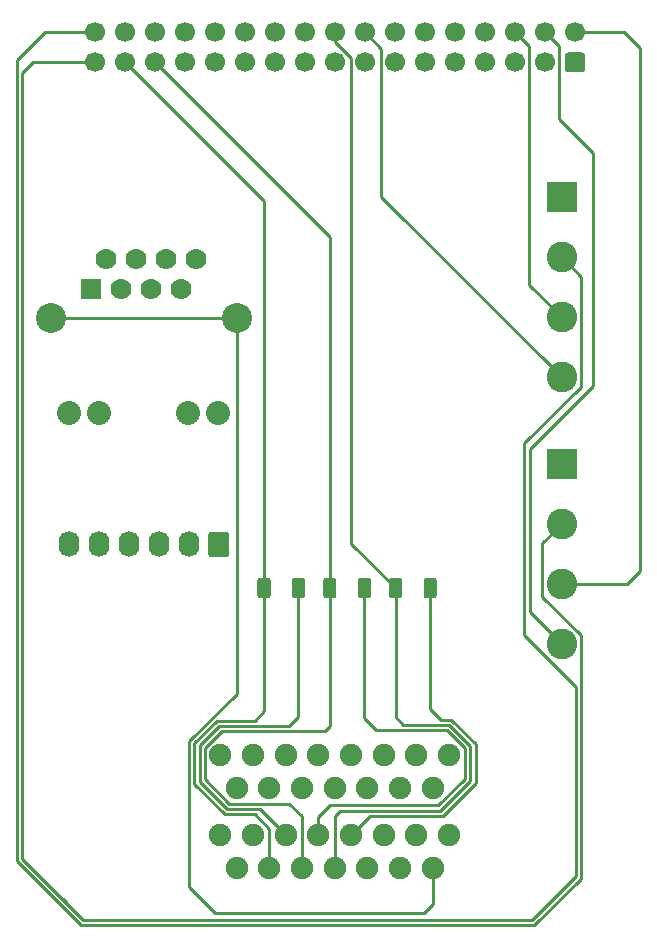
<source format=gbr>
%TF.GenerationSoftware,KiCad,Pcbnew,(5.1.9)-1*%
%TF.CreationDate,2021-06-09T13:11:05-04:00*%
%TF.ProjectId,encoder signal conditioner_rev7,656e636f-6465-4722-9073-69676e616c20,rev?*%
%TF.SameCoordinates,Original*%
%TF.FileFunction,Copper,L4,Bot*%
%TF.FilePolarity,Positive*%
%FSLAX46Y46*%
G04 Gerber Fmt 4.6, Leading zero omitted, Abs format (unit mm)*
G04 Created by KiCad (PCBNEW (5.1.9)-1) date 2021-06-09 13:11:05*
%MOMM*%
%LPD*%
G01*
G04 APERTURE LIST*
%TA.AperFunction,ComponentPad*%
%ADD10C,1.900000*%
%TD*%
%TA.AperFunction,ComponentPad*%
%ADD11O,1.740000X2.190000*%
%TD*%
%TA.AperFunction,ComponentPad*%
%ADD12C,2.600000*%
%TD*%
%TA.AperFunction,ComponentPad*%
%ADD13R,2.600000X2.600000*%
%TD*%
%TA.AperFunction,ComponentPad*%
%ADD14C,2.540000*%
%TD*%
%TA.AperFunction,ComponentPad*%
%ADD15C,2.032000*%
%TD*%
%TA.AperFunction,ComponentPad*%
%ADD16C,1.778000*%
%TD*%
%TA.AperFunction,ComponentPad*%
%ADD17R,1.778000X1.778000*%
%TD*%
%TA.AperFunction,ComponentPad*%
%ADD18C,1.700000*%
%TD*%
%TA.AperFunction,Conductor*%
%ADD19C,0.250000*%
%TD*%
G04 APERTURE END LIST*
D10*
%TO.P,U1,B8*%
%TO.N,/5V*%
X117829540Y-112530400D03*
%TO.P,U1,A8*%
X117829540Y-119280400D03*
%TO.P,U1,B15*%
%TO.N,Net-(U1-PadB15)*%
X119214540Y-115370400D03*
%TO.P,U1,B7*%
%TO.N,Net-(U1-PadB7)*%
X120599540Y-112530400D03*
%TO.P,U1,B14*%
%TO.N,/B1*%
X121984540Y-115370400D03*
%TO.P,U1,B6*%
%TO.N,Net-(R4-Pad2)*%
X123369540Y-112530400D03*
%TO.P,U1,B13*%
%TO.N,/B2*%
X124754540Y-115370400D03*
%TO.P,U1,B5*%
%TO.N,Net-(R5-Pad2)*%
X126139540Y-112530400D03*
%TO.P,U1,B12*%
%TO.N,/B0*%
X127524540Y-115370400D03*
%TO.P,U1,B4*%
%TO.N,Net-(R6-Pad2)*%
X128909540Y-112530400D03*
%TO.P,U1,B11*%
%TO.N,Net-(U1-PadB11)*%
X130294540Y-115370400D03*
%TO.P,U1,B3*%
%TO.N,Net-(U1-PadB3)*%
X131679540Y-112530400D03*
%TO.P,U1,B10*%
%TO.N,Net-(U1-PadB10)*%
X133064540Y-115370400D03*
%TO.P,U1,B2*%
%TO.N,Net-(U1-PadB2)*%
X134449540Y-112530400D03*
%TO.P,U1,B9*%
%TO.N,/DGND*%
X135834540Y-115370400D03*
%TO.P,U1,B1*%
%TO.N,Net-(U1-PadB1)*%
X137219540Y-112530400D03*
%TO.P,U1,A15*%
%TO.N,Net-(U1-PadA15)*%
X119214540Y-122120400D03*
%TO.P,U1,A7*%
%TO.N,Net-(U1-PadA7)*%
X120599540Y-119280400D03*
%TO.P,U1,A14*%
%TO.N,/A1*%
X121984540Y-122120400D03*
%TO.P,U1,A6*%
%TO.N,Net-(R1-Pad2)*%
X123369540Y-119280400D03*
%TO.P,U1,A13*%
%TO.N,/A2*%
X124754540Y-122120400D03*
%TO.P,U1,A5*%
%TO.N,Net-(R2-Pad2)*%
X126139540Y-119280400D03*
%TO.P,U1,A12*%
%TO.N,/A0*%
X127524540Y-122120400D03*
%TO.P,U1,A4*%
%TO.N,Net-(R3-Pad2)*%
X128909540Y-119280400D03*
%TO.P,U1,A11*%
%TO.N,Net-(U1-PadA11)*%
X130294540Y-122120400D03*
%TO.P,U1,A3*%
%TO.N,Net-(U1-PadA3)*%
X131679540Y-119280400D03*
%TO.P,U1,A10*%
%TO.N,Net-(U1-PadA10)*%
X133064540Y-122120400D03*
%TO.P,U1,A2*%
%TO.N,Net-(U1-PadA2)*%
X134449540Y-119280400D03*
%TO.P,U1,A9*%
%TO.N,/DGND*%
X135834540Y-122120400D03*
%TO.P,U1,A1*%
%TO.N,Net-(U1-PadA1)*%
X137219540Y-119280400D03*
%TD*%
D11*
%TO.P,J2,6*%
%TO.N,/AI3*%
X105008600Y-94714060D03*
%TO.P,J2,5*%
%TO.N,/AI2*%
X107548600Y-94714060D03*
%TO.P,J2,4*%
%TO.N,/AI1*%
X110088600Y-94714060D03*
%TO.P,J2,3*%
%TO.N,/AI0*%
X112628600Y-94714060D03*
%TO.P,J2,2*%
%TO.N,/DGND*%
X115168600Y-94714060D03*
%TO.P,J2,1*%
%TO.N,/5V*%
%TA.AperFunction,ComponentPad*%
G36*
G01*
X118578600Y-93869059D02*
X118578600Y-95559061D01*
G75*
G02*
X118328601Y-95809060I-249999J0D01*
G01*
X117088599Y-95809060D01*
G75*
G02*
X116838600Y-95559061I0J249999D01*
G01*
X116838600Y-93869059D01*
G75*
G02*
X117088599Y-93619060I249999J0D01*
G01*
X118328601Y-93619060D01*
G75*
G02*
X118578600Y-93869059I0J-249999D01*
G01*
G37*
%TD.AperFunction*%
%TD*%
D12*
%TO.P,J4,4*%
%TO.N,/DGND*%
X146740880Y-80571340D03*
%TO.P,J4,3*%
%TO.N,/AGND*%
X146740880Y-75491340D03*
%TO.P,J4,2*%
%TO.N,/3.3V*%
X146740880Y-70411340D03*
D13*
%TO.P,J4,1*%
%TO.N,/5V*%
X146740880Y-65331340D03*
%TD*%
D12*
%TO.P,J5,4*%
%TO.N,/AO1*%
X146740880Y-103164640D03*
%TO.P,J5,3*%
%TO.N,/AO0*%
X146740880Y-98084640D03*
%TO.P,J5,2*%
%TO.N,/DIO15*%
X146740880Y-93004640D03*
D13*
%TO.P,J5,1*%
%TO.N,/DIO0*%
X146740880Y-87924640D03*
%TD*%
%TO.P,120,1*%
%TO.N,/A1*%
%TA.AperFunction,SMDPad,CuDef*%
G36*
G01*
X120981580Y-99027142D02*
X120981580Y-97777138D01*
G75*
G02*
X121231578Y-97527140I249998J0D01*
G01*
X121856582Y-97527140D01*
G75*
G02*
X122106580Y-97777138I0J-249998D01*
G01*
X122106580Y-99027142D01*
G75*
G02*
X121856582Y-99277140I-249998J0D01*
G01*
X121231578Y-99277140D01*
G75*
G02*
X120981580Y-99027142I0J249998D01*
G01*
G37*
%TD.AperFunction*%
%TO.P,120,2*%
%TO.N,Net-(R1-Pad2)*%
%TA.AperFunction,SMDPad,CuDef*%
G36*
G01*
X123906580Y-99027142D02*
X123906580Y-97777138D01*
G75*
G02*
X124156578Y-97527140I249998J0D01*
G01*
X124781582Y-97527140D01*
G75*
G02*
X125031580Y-97777138I0J-249998D01*
G01*
X125031580Y-99027142D01*
G75*
G02*
X124781582Y-99277140I-249998J0D01*
G01*
X124156578Y-99277140D01*
G75*
G02*
X123906580Y-99027142I0J249998D01*
G01*
G37*
%TD.AperFunction*%
%TD*%
%TO.P,120,2*%
%TO.N,Net-(R2-Pad2)*%
%TA.AperFunction,SMDPad,CuDef*%
G36*
G01*
X129477070Y-99027142D02*
X129477070Y-97777138D01*
G75*
G02*
X129727068Y-97527140I249998J0D01*
G01*
X130352072Y-97527140D01*
G75*
G02*
X130602070Y-97777138I0J-249998D01*
G01*
X130602070Y-99027142D01*
G75*
G02*
X130352072Y-99277140I-249998J0D01*
G01*
X129727068Y-99277140D01*
G75*
G02*
X129477070Y-99027142I0J249998D01*
G01*
G37*
%TD.AperFunction*%
%TO.P,120,1*%
%TO.N,/A2*%
%TA.AperFunction,SMDPad,CuDef*%
G36*
G01*
X126552070Y-99027142D02*
X126552070Y-97777138D01*
G75*
G02*
X126802068Y-97527140I249998J0D01*
G01*
X127427072Y-97527140D01*
G75*
G02*
X127677070Y-97777138I0J-249998D01*
G01*
X127677070Y-99027142D01*
G75*
G02*
X127427072Y-99277140I-249998J0D01*
G01*
X126802068Y-99277140D01*
G75*
G02*
X126552070Y-99027142I0J249998D01*
G01*
G37*
%TD.AperFunction*%
%TD*%
%TO.P,120,2*%
%TO.N,Net-(R3-Pad2)*%
%TA.AperFunction,SMDPad,CuDef*%
G36*
G01*
X135047560Y-99027142D02*
X135047560Y-97777138D01*
G75*
G02*
X135297558Y-97527140I249998J0D01*
G01*
X135922562Y-97527140D01*
G75*
G02*
X136172560Y-97777138I0J-249998D01*
G01*
X136172560Y-99027142D01*
G75*
G02*
X135922562Y-99277140I-249998J0D01*
G01*
X135297558Y-99277140D01*
G75*
G02*
X135047560Y-99027142I0J249998D01*
G01*
G37*
%TD.AperFunction*%
%TO.P,120,1*%
%TO.N,/A0*%
%TA.AperFunction,SMDPad,CuDef*%
G36*
G01*
X132122560Y-99027142D02*
X132122560Y-97777138D01*
G75*
G02*
X132372558Y-97527140I249998J0D01*
G01*
X132997562Y-97527140D01*
G75*
G02*
X133247560Y-97777138I0J-249998D01*
G01*
X133247560Y-99027142D01*
G75*
G02*
X132997562Y-99277140I-249998J0D01*
G01*
X132372558Y-99277140D01*
G75*
G02*
X132122560Y-99027142I0J249998D01*
G01*
G37*
%TD.AperFunction*%
%TD*%
D14*
%TO.P,J1,SH*%
%TO.N,/DGND*%
X119227600Y-75565000D03*
X103479600Y-75565000D03*
D15*
%TO.P,J1,10*%
%TO.N,Net-(J1-Pad10)*%
X115138200Y-83566000D03*
%TO.P,J1,9*%
%TO.N,Net-(J1-Pad9)*%
X117652800Y-83566000D03*
%TO.P,J1,11*%
%TO.N,/DGND*%
X107543600Y-83566000D03*
%TO.P,J1,12*%
%TO.N,Net-(J1-Pad12)*%
X105029000Y-83566000D03*
D16*
%TO.P,J1,8*%
%TO.N,/DAC3_WRITE*%
X115798600Y-70561200D03*
%TO.P,J1,7*%
%TO.N,/DAC2_WRITE*%
X114528600Y-73101200D03*
%TO.P,J1,6*%
%TO.N,/DAC1_WRITE*%
X113258600Y-70561200D03*
%TO.P,J1,5*%
%TO.N,/DAC_CLK*%
X111988600Y-73101200D03*
%TO.P,J1,4*%
%TO.N,/CS*%
X110718600Y-70561200D03*
%TO.P,J1,3*%
%TO.N,/ADC_CLK*%
X109448600Y-73101200D03*
%TO.P,J1,2*%
%TO.N,/ADC_WRITE*%
X108178600Y-70561200D03*
D17*
%TO.P,J1,1*%
%TO.N,/ADC_READ*%
X106908600Y-73101200D03*
%TD*%
D18*
%TO.P,J3,34*%
%TO.N,/DIO15*%
X107231180Y-51358800D03*
%TO.P,J3,32*%
%TO.N,/B1*%
X109771180Y-51358800D03*
%TO.P,J3,30*%
%TO.N,Net-(J3-Pad30)*%
X112311180Y-51358800D03*
%TO.P,J3,28*%
%TO.N,Net-(J3-Pad28)*%
X114851180Y-51358800D03*
%TO.P,J3,26*%
%TO.N,/B2*%
X117391180Y-51358800D03*
%TO.P,J3,24*%
%TO.N,Net-(J3-Pad24)*%
X119931180Y-51358800D03*
%TO.P,J3,22*%
%TO.N,/B0*%
X122471180Y-51358800D03*
%TO.P,J3,20*%
%TO.N,Net-(J3-Pad20)*%
X125011180Y-51358800D03*
%TO.P,J3,18*%
%TO.N,/A0*%
X127551180Y-51358800D03*
%TO.P,J3,16*%
%TO.N,/DGND*%
X130091180Y-51358800D03*
%TO.P,J3,14*%
%TO.N,Net-(J3-Pad14)*%
X132631180Y-51358800D03*
%TO.P,J3,12*%
%TO.N,Net-(J3-Pad12)*%
X135171180Y-51358800D03*
%TO.P,J3,10*%
%TO.N,Net-(J3-Pad10)*%
X137711180Y-51358800D03*
%TO.P,J3,8*%
%TO.N,Net-(J3-Pad8)*%
X140251180Y-51358800D03*
%TO.P,J3,6*%
%TO.N,/AGND*%
X142791180Y-51358800D03*
%TO.P,J3,4*%
%TO.N,/AO1*%
X145331180Y-51358800D03*
%TO.P,J3,2*%
%TO.N,/AO0*%
X147871180Y-51358800D03*
%TO.P,J3,33*%
%TO.N,/3.3V*%
X107231180Y-53898800D03*
%TO.P,J3,31*%
%TO.N,/A1*%
X109771180Y-53898800D03*
%TO.P,J3,29*%
%TO.N,/A2*%
X112311180Y-53898800D03*
%TO.P,J3,27*%
%TO.N,/DAC3_WRITE*%
X114851180Y-53898800D03*
%TO.P,J3,25*%
%TO.N,/DAC2_WRITE*%
X117391180Y-53898800D03*
%TO.P,J3,23*%
%TO.N,/DAC1_WRITE*%
X119931180Y-53898800D03*
%TO.P,J3,21*%
%TO.N,/DAC_CLK*%
X122471180Y-53898800D03*
%TO.P,J3,19*%
%TO.N,/CS*%
X125011180Y-53898800D03*
%TO.P,J3,17*%
%TO.N,/ADC_CLK*%
X127551180Y-53898800D03*
%TO.P,J3,15*%
%TO.N,/ADC_WRITE*%
X130091180Y-53898800D03*
%TO.P,J3,13*%
%TO.N,/ADC_READ*%
X132631180Y-53898800D03*
%TO.P,J3,11*%
%TO.N,/DIO0*%
X135171180Y-53898800D03*
%TO.P,J3,9*%
%TO.N,/AI3*%
X137711180Y-53898800D03*
%TO.P,J3,7*%
%TO.N,/AI2*%
X140251180Y-53898800D03*
%TO.P,J3,5*%
%TO.N,/AI1*%
X142791180Y-53898800D03*
%TO.P,J3,3*%
%TO.N,/AI0*%
X145331180Y-53898800D03*
%TO.P,J3,1*%
%TO.N,/5V*%
%TA.AperFunction,ComponentPad*%
G36*
G01*
X148471180Y-54748800D02*
X147271180Y-54748800D01*
G75*
G02*
X147021180Y-54498800I0J250000D01*
G01*
X147021180Y-53298800D01*
G75*
G02*
X147271180Y-53048800I250000J0D01*
G01*
X148471180Y-53048800D01*
G75*
G02*
X148721180Y-53298800I0J-250000D01*
G01*
X148721180Y-54498800D01*
G75*
G02*
X148471180Y-54748800I-250000J0D01*
G01*
G37*
%TD.AperFunction*%
%TD*%
D19*
%TO.N,/DGND*%
X131456179Y-65286639D02*
X146740880Y-80571340D01*
X131456179Y-52723799D02*
X131456179Y-65286639D01*
X130091180Y-51358800D02*
X131456179Y-52723799D01*
X119227600Y-75565000D02*
X103479600Y-75565000D01*
X135834540Y-124023540D02*
X135834540Y-122120400D01*
X135834540Y-125191100D02*
X135834540Y-124023540D01*
X135089900Y-125935740D02*
X135834540Y-125191100D01*
X117393720Y-125935740D02*
X135089900Y-125935740D01*
X115204512Y-111359198D02*
X115204512Y-123746532D01*
X115204512Y-123746532D02*
X117393720Y-125935740D01*
X119227600Y-107336110D02*
X115204512Y-111359198D01*
X119227600Y-75565000D02*
X119227600Y-107336110D01*
%TO.N,/DIO15*%
X100639880Y-53728620D02*
X103009700Y-51358800D01*
X100639881Y-121523761D02*
X100639880Y-119783860D01*
X106039920Y-126923800D02*
X100639881Y-121523761D01*
X100639880Y-119783860D02*
X100639880Y-53728620D01*
X144442180Y-126923800D02*
X106039920Y-126923800D01*
X148365880Y-123000100D02*
X144442180Y-126923800D01*
X103009700Y-51358800D02*
X107231180Y-51358800D01*
X148365881Y-102384639D02*
X148365880Y-123000100D01*
X145115879Y-99134637D02*
X148365881Y-102384639D01*
X145115879Y-94629641D02*
X145115879Y-99134637D01*
X146740880Y-93004640D02*
X145115879Y-94629641D01*
%TO.N,/A0*%
X128916179Y-94633259D02*
X132685060Y-98402140D01*
X128916179Y-53524797D02*
X128916179Y-94633259D01*
X127551180Y-52159798D02*
X128916179Y-53524797D01*
X127551180Y-51358800D02*
X127551180Y-52159798D01*
X127524540Y-117687060D02*
X127524540Y-122120400D01*
X127954610Y-117256990D02*
X127524540Y-117687060D01*
X136471363Y-117256989D02*
X127954610Y-117256990D01*
X139001930Y-114726422D02*
X136471363Y-117256989D01*
X137206822Y-109994270D02*
X139001929Y-111789377D01*
X133337730Y-109994270D02*
X137206822Y-109994270D01*
X132684520Y-109341060D02*
X133337730Y-109994270D01*
X132684520Y-98402680D02*
X132684520Y-109341060D01*
X139001929Y-111789377D02*
X139001930Y-114726422D01*
X132685060Y-98402140D02*
X132684520Y-98402680D01*
%TO.N,/AGND*%
X143966181Y-52533801D02*
X142791180Y-51358800D01*
X143966181Y-72716641D02*
X143966181Y-52533801D01*
X146740880Y-75491340D02*
X143966181Y-72716641D01*
%TO.N,/AO1*%
X146506181Y-52533801D02*
X146506181Y-58688221D01*
X145331180Y-51358800D02*
X146506181Y-52533801D01*
X146506181Y-58688221D02*
X149397720Y-61579760D01*
X149397720Y-61579760D02*
X149397720Y-81307940D01*
X149397720Y-81307940D02*
X144038320Y-86667340D01*
X144038320Y-100462080D02*
X146740880Y-103164640D01*
X144038320Y-86667340D02*
X144038320Y-100462080D01*
%TO.N,/AO0*%
X153365200Y-52715160D02*
X153365200Y-96997520D01*
X152008840Y-51358800D02*
X153365200Y-52715160D01*
X147871180Y-51358800D02*
X152008840Y-51358800D01*
X152278080Y-98084640D02*
X146740880Y-98084640D01*
X153365200Y-96997520D02*
X152278080Y-98084640D01*
%TO.N,/3.3V*%
X148365881Y-72036341D02*
X146740880Y-70411340D01*
X148365881Y-81351341D02*
X148365881Y-72036341D01*
X143588310Y-86128912D02*
X148365881Y-81351341D01*
X147915871Y-122813699D02*
X147915871Y-106744633D01*
X143588310Y-102417072D02*
X143588310Y-86128912D01*
X147915871Y-106744633D02*
X143588310Y-102417072D01*
X101089890Y-54810230D02*
X101089890Y-121337360D01*
X102001320Y-53898800D02*
X101089890Y-54810230D01*
X107231180Y-53898800D02*
X102001320Y-53898800D01*
X104771895Y-125019365D02*
X105057920Y-125305390D01*
X144255780Y-126473790D02*
X145731795Y-124997775D01*
X145731795Y-124997775D02*
X147915871Y-122813699D01*
X145424180Y-125305390D02*
X145731795Y-124997775D01*
X106226320Y-126473790D02*
X102353815Y-122601285D01*
X107709130Y-126473790D02*
X106226320Y-126473790D01*
X101089890Y-121337360D02*
X102353815Y-122601285D01*
X102353815Y-122601285D02*
X104771895Y-125019365D01*
X107411090Y-126473790D02*
X107709130Y-126473790D01*
X107709130Y-126473790D02*
X144255780Y-126473790D01*
%TO.N,/A1*%
X121544080Y-65671700D02*
X109771180Y-53898800D01*
X121544080Y-98402140D02*
X121544080Y-65671700D01*
X121544080Y-108839000D02*
X121544080Y-98402140D01*
X117582198Y-109617920D02*
X120765160Y-109617920D01*
X115654521Y-111545597D02*
X117582198Y-109617920D01*
X115654520Y-114970200D02*
X115654521Y-111545597D01*
X118229737Y-117545419D02*
X115654520Y-114970200D01*
X120751562Y-117545420D02*
X118229737Y-117545419D01*
X120765160Y-109617920D02*
X121544080Y-108839000D01*
X121984540Y-118778398D02*
X120751562Y-117545420D01*
X121984540Y-122120400D02*
X121984540Y-118778398D01*
%TO.N,/A2*%
X127114570Y-68702190D02*
X112311180Y-53898800D01*
X127114570Y-98402140D02*
X127114570Y-68702190D01*
X127114570Y-110075710D02*
X127114570Y-98402140D01*
X126672340Y-110517940D02*
X127114570Y-110075710D01*
X117954998Y-110517940D02*
X126672340Y-110517940D01*
X116554539Y-111918399D02*
X117954998Y-110517940D01*
X116554539Y-114597401D02*
X116554539Y-111918399D01*
X118602539Y-116645401D02*
X116554539Y-114597401D01*
X123658341Y-116645401D02*
X118602539Y-116645401D01*
X124754540Y-117741600D02*
X123658341Y-116645401D01*
X124754540Y-122120400D02*
X124754540Y-117741600D01*
%TO.N,Net-(R1-Pad2)*%
X124414280Y-98456940D02*
X124469080Y-98402140D01*
X124414280Y-109347000D02*
X124414280Y-98456940D01*
X123693350Y-110067930D02*
X124414280Y-109347000D01*
X117768598Y-110067930D02*
X123693350Y-110067930D01*
X116104530Y-111731998D02*
X117768598Y-110067930D01*
X116104529Y-114783801D02*
X116104530Y-111731998D01*
X118416138Y-117095410D02*
X116104529Y-114783801D01*
X121184551Y-117095411D02*
X118416138Y-117095410D01*
X123369540Y-119280400D02*
X121184551Y-117095411D01*
%TO.N,Net-(R2-Pad2)*%
X126139540Y-119280400D02*
X126139540Y-117756340D01*
X126139540Y-117756340D02*
X127088900Y-116806980D01*
X136284962Y-116806980D02*
X138551920Y-114540022D01*
X127088900Y-116806980D02*
X136284962Y-116806980D01*
X138551920Y-111975778D02*
X137020422Y-110444280D01*
X138551920Y-114540022D02*
X138551920Y-111975778D01*
X137020422Y-110444280D02*
X131056380Y-110444280D01*
X130039570Y-109427470D02*
X130039570Y-98402140D01*
X131056380Y-110444280D02*
X130039570Y-109427470D01*
%TO.N,Net-(R3-Pad2)*%
X130482942Y-117706998D02*
X128909540Y-119280400D01*
X136657762Y-117706998D02*
X130482942Y-117706998D01*
X139451939Y-114912823D02*
X136657762Y-117706998D01*
X139451938Y-111602978D02*
X139451939Y-114912823D01*
X137393223Y-109544261D02*
X139451938Y-111602978D01*
X136528400Y-109544260D02*
X137393223Y-109544261D01*
X135610060Y-108625920D02*
X136528400Y-109544260D01*
X135610060Y-98402140D02*
X135610060Y-108625920D01*
%TD*%
M02*

</source>
